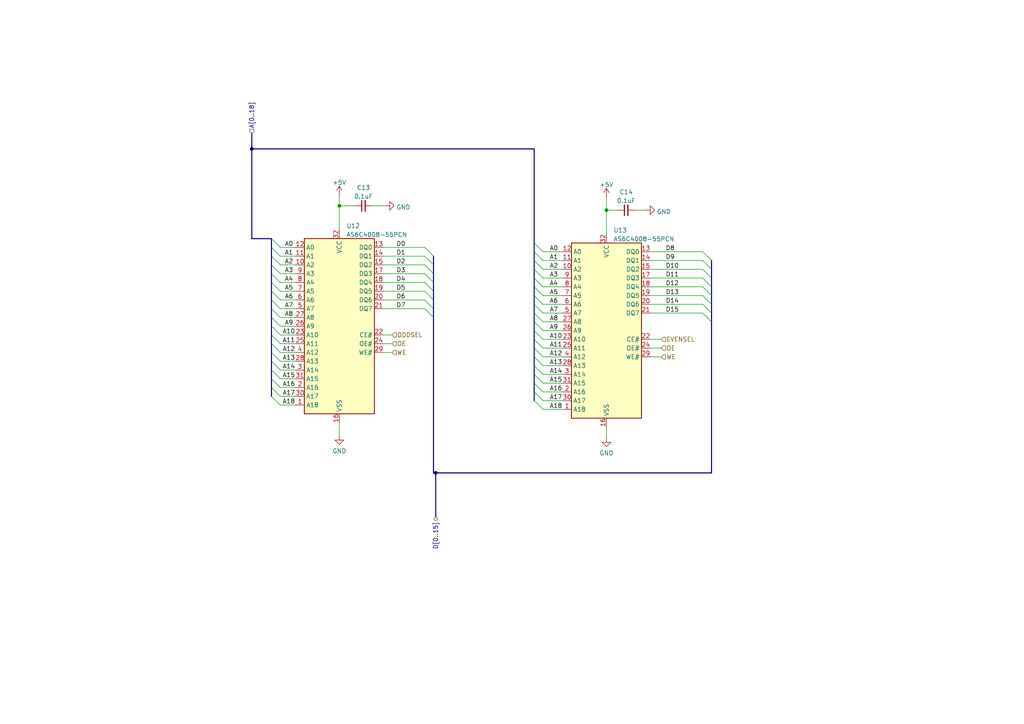
<source format=kicad_sch>
(kicad_sch (version 20211123) (generator eeschema)
  (paper "A4")
  (lib_symbols
    (symbol "Device:C_Small" (pin_numbers hide) (pin_names (offset 0.254) hide)
      (property "Reference" "C" (at 0.254 1.778 0))
      (property "Value" "C_Small" (at 0.254 -2.032 0))
      (symbol "C_Small_0_1"
        (polyline (pts (xy -1.524 -0.508) (xy 1.524 -0.508)) (stroke (width 0.3302)))
        (polyline (pts (xy -1.524 0.508) (xy 1.524 0.508)) (stroke (width 0.3048)))
      )
      (symbol "C_Small_1_1"
        (pin passive line (at 0 2.54 270) (length 2.032) (name "~") (number "1"))
        (pin passive line (at 0 -2.54 90) (length 2.032) (name "~") (number "2"))
      )
    )
    (symbol "Memory_RAM:AS6C4008-55PCN"
      (property "Reference" "U" (at -10.16 26.035 0))
      (property "Value" "AS6C4008-55PCN" (at 2.54 26.035 0))
      (symbol "AS6C4008-55PCN_0_0"
        (pin power_in line (at 0 -27.94 90) (length 2.54) (name "VSS") (number "16"))
        (pin power_in line (at 0 27.94 270) (length 2.54) (name "VCC") (number "32"))
      )
      (symbol "AS6C4008-55PCN_0_1"
        (rectangle (start -10.16 25.4) (end 10.16 -25.4) (stroke (width 0.254)) (fill (type background)))
      )
      (symbol "AS6C4008-55PCN_1_1"
        (pin input line (at -12.7 -22.86 0) (length 2.54) (name "A18") (number "1"))
        (pin input line (at -12.7 17.78 0) (length 2.54) (name "A2") (number "10"))
        (pin input line (at -12.7 20.32 0) (length 2.54) (name "A1") (number "11"))
        (pin input line (at -12.7 22.86 0) (length 2.54) (name "A0") (number "12"))
        (pin tri_state line (at 12.7 22.86 180) (length 2.54) (name "DQ0") (number "13"))
        (pin tri_state line (at 12.7 20.32 180) (length 2.54) (name "DQ1") (number "14"))
        (pin tri_state line (at 12.7 17.78 180) (length 2.54) (name "DQ2") (number "15"))
        (pin tri_state line (at 12.7 15.24 180) (length 2.54) (name "DQ3") (number "17"))
        (pin tri_state line (at 12.7 12.7 180) (length 2.54) (name "DQ4") (number "18"))
        (pin tri_state line (at 12.7 10.16 180) (length 2.54) (name "DQ5") (number "19"))
        (pin input line (at -12.7 -17.78 0) (length 2.54) (name "A16") (number "2"))
        (pin tri_state line (at 12.7 7.62 180) (length 2.54) (name "DQ6") (number "20"))
        (pin tri_state line (at 12.7 5.08 180) (length 2.54) (name "DQ7") (number "21"))
        (pin input line (at 12.7 -2.54 180) (length 2.54) (name "CE#") (number "22"))
        (pin input line (at -12.7 -2.54 0) (length 2.54) (name "A10") (number "23"))
        (pin input line (at 12.7 -5.08 180) (length 2.54) (name "OE#") (number "24"))
        (pin input line (at -12.7 -5.08 0) (length 2.54) (name "A11") (number "25"))
        (pin input line (at -12.7 0 0) (length 2.54) (name "A9") (number "26"))
        (pin input line (at -12.7 2.54 0) (length 2.54) (name "A8") (number "27"))
        (pin input line (at -12.7 -10.16 0) (length 2.54) (name "A13") (number "28"))
        (pin input line (at 12.7 -7.62 180) (length 2.54) (name "WE#") (number "29"))
        (pin input line (at -12.7 -12.7 0) (length 2.54) (name "A14") (number "3"))
        (pin input line (at -12.7 -20.32 0) (length 2.54) (name "A17") (number "30"))
        (pin input line (at -12.7 -15.24 0) (length 2.54) (name "A15") (number "31"))
        (pin input line (at -12.7 -7.62 0) (length 2.54) (name "A12") (number "4"))
        (pin input line (at -12.7 5.08 0) (length 2.54) (name "A7") (number "5"))
        (pin input line (at -12.7 7.62 0) (length 2.54) (name "A6") (number "6"))
        (pin input line (at -12.7 10.16 0) (length 2.54) (name "A5") (number "7"))
        (pin input line (at -12.7 12.7 0) (length 2.54) (name "A4") (number "8"))
        (pin input line (at -12.7 15.24 0) (length 2.54) (name "A3") (number "9"))
      )
    )
    (symbol "power:+5V" (power) (pin_names (offset 0))
      (property "Value" "+5V" (at 0 3.556 0))
      (symbol "+5V_0_1"
        (polyline (pts (xy -0.762 1.27) (xy 0 2.54)))
        (polyline (pts (xy 0 0) (xy 0 2.54)))
        (polyline (pts (xy 0 2.54) (xy 0.762 1.27)))
      )
      (symbol "+5V_1_1"
        (pin power_in line (at 0 0 90) (length 0) hide (name "+5V") (number "1"))
      )
    )
    (symbol "power:GND" (power) (pin_names (offset 0))
      (property "Value" "GND" (at 0 -3.81 0))
      (symbol "GND_0_1"
        (polyline (pts (xy 0 0) (xy 0 -1.27) (xy 1.27 -1.27) (xy 0 -2.54) (xy -1.27 -1.27) (xy 0 -1.27)))
      )
      (symbol "GND_1_1"
        (pin power_in line (at 0 0 270) (length 0) hide (name "GND") (number "1"))
      )
    )
  )
  (junction (at 98.425 59.69))
  (junction (at 73.025 43.18))
  (junction (at 126.365 137.16))
  (junction (at 175.895 60.96))
  (bus_entry (at 154.94 95.885) (size 2.54 2.54))
  (bus_entry (at 154.94 98.425) (size 2.54 2.54))
  (bus_entry (at 154.94 100.965) (size 2.54 2.54))
  (bus_entry (at 154.94 108.585) (size 2.54 2.54))
  (bus_entry (at 154.94 111.125) (size 2.54 2.54))
  (bus_entry (at 154.94 103.505) (size 2.54 2.54))
  (bus_entry (at 154.94 106.045) (size 2.54 2.54))
  (bus_entry (at 154.94 113.665) (size 2.54 2.54))
  (bus_entry (at 154.94 116.205) (size 2.54 2.54))
  (bus_entry (at 154.94 70.485) (size 2.54 2.54))
  (bus_entry (at 154.94 73.025) (size 2.54 2.54))
  (bus_entry (at 154.94 75.565) (size 2.54 2.54))
  (bus_entry (at 154.94 78.105) (size 2.54 2.54))
  (bus_entry (at 154.94 80.645) (size 2.54 2.54))
  (bus_entry (at 154.94 85.725) (size 2.54 2.54))
  (bus_entry (at 154.94 88.265) (size 2.54 2.54))
  (bus_entry (at 154.94 83.185) (size 2.54 2.54))
  (bus_entry (at 154.94 90.805) (size 2.54 2.54))
  (bus_entry (at 154.94 93.345) (size 2.54 2.54))
  (bus_entry (at 123.19 81.915) (size 2.54 2.54))
  (bus_entry (at 123.19 84.455) (size 2.54 2.54))
  (bus_entry (at 123.19 86.995) (size 2.54 2.54))
  (bus_entry (at 123.19 89.535) (size 2.54 2.54))
  (bus_entry (at 78.74 84.455) (size 2.54 2.54))
  (bus_entry (at 78.74 86.995) (size 2.54 2.54))
  (bus_entry (at 78.74 89.535) (size 2.54 2.54))
  (bus_entry (at 78.74 94.615) (size 2.54 2.54))
  (bus_entry (at 78.74 97.155) (size 2.54 2.54))
  (bus_entry (at 78.74 99.695) (size 2.54 2.54))
  (bus_entry (at 78.74 102.235) (size 2.54 2.54))
  (bus_entry (at 78.74 104.775) (size 2.54 2.54))
  (bus_entry (at 78.74 107.315) (size 2.54 2.54))
  (bus_entry (at 78.74 109.855) (size 2.54 2.54))
  (bus_entry (at 78.74 112.395) (size 2.54 2.54))
  (bus_entry (at 78.74 114.935) (size 2.54 2.54))
  (bus_entry (at 78.74 92.075) (size 2.54 2.54))
  (bus_entry (at 123.19 76.835) (size 2.54 2.54))
  (bus_entry (at 123.19 71.755) (size 2.54 2.54))
  (bus_entry (at 123.19 74.295) (size 2.54 2.54))
  (bus_entry (at 123.19 79.375) (size 2.54 2.54))
  (bus_entry (at 78.74 74.295) (size 2.54 2.54))
  (bus_entry (at 78.74 76.835) (size 2.54 2.54))
  (bus_entry (at 78.74 79.375) (size 2.54 2.54))
  (bus_entry (at 78.74 81.915) (size 2.54 2.54))
  (bus_entry (at 78.74 69.215) (size 2.54 2.54))
  (bus_entry (at 78.74 71.755) (size 2.54 2.54))
  (bus_entry (at 203.835 88.265) (size 2.54 2.54))
  (bus_entry (at 203.835 90.805) (size 2.54 2.54))
  (bus_entry (at 203.835 75.565) (size 2.54 2.54))
  (bus_entry (at 203.835 78.105) (size 2.54 2.54))
  (bus_entry (at 203.835 85.725) (size 2.54 2.54))
  (bus_entry (at 203.835 83.185) (size 2.54 2.54))
  (bus_entry (at 203.835 80.645) (size 2.54 2.54))
  (bus_entry (at 203.835 73.025) (size 2.54 2.54))
  (wire (pts (xy 98.425 59.69) (xy 102.87 59.69)))
  (wire (pts (xy 81.28 117.475) (xy 85.725 117.475)))
  (bus (pts (xy 125.73 74.295) (xy 125.73 76.835)))
  (wire (pts (xy 188.595 73.025) (xy 203.835 73.025)))
  (wire (pts (xy 81.28 97.155) (xy 85.725 97.155)))
  (bus (pts (xy 125.73 89.535) (xy 125.73 92.075)))
  (wire (pts (xy 175.895 57.15) (xy 175.895 60.96)))
  (bus (pts (xy 78.74 109.855) (xy 78.74 112.395)))
  (wire (pts (xy 157.48 93.345) (xy 163.195 93.345)))
  (wire (pts (xy 107.95 59.69) (xy 111.76 59.69)))
  (wire (pts (xy 157.48 113.665) (xy 163.195 113.665)))
  (bus (pts (xy 125.73 137.16) (xy 126.365 137.16)))
  (wire (pts (xy 98.425 56.515) (xy 98.425 59.69)))
  (bus (pts (xy 125.73 81.915) (xy 125.73 84.455)))
  (bus (pts (xy 154.94 111.125) (xy 154.94 108.585)))
  (wire (pts (xy 111.125 76.835) (xy 123.19 76.835)))
  (wire (pts (xy 157.48 100.965) (xy 163.195 100.965)))
  (wire (pts (xy 188.595 75.565) (xy 203.835 75.565)))
  (wire (pts (xy 157.48 90.805) (xy 163.195 90.805)))
  (wire (pts (xy 188.595 90.805) (xy 203.835 90.805)))
  (wire (pts (xy 157.48 73.025) (xy 163.195 73.025)))
  (bus (pts (xy 78.74 69.215) (xy 78.74 71.755)))
  (bus (pts (xy 78.74 94.615) (xy 78.74 97.155)))
  (wire (pts (xy 188.595 100.965) (xy 191.77 100.965)))
  (bus (pts (xy 78.74 99.695) (xy 78.74 102.235)))
  (bus (pts (xy 154.94 73.025) (xy 154.94 70.485)))
  (bus (pts (xy 78.74 86.995) (xy 78.74 89.535)))
  (wire (pts (xy 81.28 109.855) (xy 85.725 109.855)))
  (bus (pts (xy 125.73 76.835) (xy 125.73 79.375)))
  (wire (pts (xy 98.425 122.555) (xy 98.425 126.365)))
  (wire (pts (xy 157.48 95.885) (xy 163.195 95.885)))
  (bus (pts (xy 73.025 43.18) (xy 73.025 69.215)))
  (bus (pts (xy 154.94 106.045) (xy 154.94 103.505)))
  (wire (pts (xy 81.28 99.695) (xy 85.725 99.695)))
  (bus (pts (xy 154.94 100.965) (xy 154.94 98.425)))
  (bus (pts (xy 126.365 137.16) (xy 206.375 137.16)))
  (bus (pts (xy 78.74 97.155) (xy 78.74 99.695)))
  (wire (pts (xy 157.48 106.045) (xy 163.195 106.045)))
  (bus (pts (xy 154.94 75.565) (xy 154.94 73.025)))
  (bus (pts (xy 78.74 92.075) (xy 78.74 94.615)))
  (wire (pts (xy 111.125 74.295) (xy 123.19 74.295)))
  (wire (pts (xy 188.595 88.265) (xy 203.835 88.265)))
  (bus (pts (xy 206.375 78.105) (xy 206.375 80.645)))
  (wire (pts (xy 188.595 98.425) (xy 191.77 98.425)))
  (wire (pts (xy 111.125 97.155) (xy 113.665 97.155)))
  (bus (pts (xy 154.94 83.185) (xy 154.94 80.645)))
  (bus (pts (xy 154.94 95.885) (xy 154.94 93.345)))
  (wire (pts (xy 81.28 86.995) (xy 85.725 86.995)))
  (wire (pts (xy 81.28 81.915) (xy 85.725 81.915)))
  (bus (pts (xy 126.365 137.16) (xy 126.365 149.86)))
  (wire (pts (xy 111.125 99.695) (xy 113.665 99.695)))
  (wire (pts (xy 157.48 118.745) (xy 163.195 118.745)))
  (wire (pts (xy 157.48 98.425) (xy 163.195 98.425)))
  (wire (pts (xy 81.28 102.235) (xy 85.725 102.235)))
  (wire (pts (xy 188.595 80.645) (xy 203.835 80.645)))
  (bus (pts (xy 154.94 78.105) (xy 154.94 75.565)))
  (bus (pts (xy 154.94 80.645) (xy 154.94 78.105)))
  (bus (pts (xy 206.375 83.185) (xy 206.375 85.725)))
  (wire (pts (xy 157.48 80.645) (xy 163.195 80.645)))
  (bus (pts (xy 73.025 69.215) (xy 78.74 69.215)))
  (bus (pts (xy 125.73 86.995) (xy 125.73 89.535)))
  (wire (pts (xy 81.28 89.535) (xy 85.725 89.535)))
  (wire (pts (xy 175.895 60.96) (xy 175.895 67.945)))
  (wire (pts (xy 157.48 116.205) (xy 163.195 116.205)))
  (bus (pts (xy 154.94 88.265) (xy 154.94 85.725)))
  (wire (pts (xy 157.48 83.185) (xy 163.195 83.185)))
  (bus (pts (xy 78.74 71.755) (xy 78.74 74.295)))
  (bus (pts (xy 78.74 104.775) (xy 78.74 107.315)))
  (bus (pts (xy 154.94 103.505) (xy 154.94 100.965)))
  (wire (pts (xy 111.125 84.455) (xy 123.19 84.455)))
  (bus (pts (xy 154.94 93.345) (xy 154.94 90.805)))
  (wire (pts (xy 175.895 123.825) (xy 175.895 127)))
  (bus (pts (xy 78.74 84.455) (xy 78.74 86.995)))
  (bus (pts (xy 154.94 108.585) (xy 154.94 106.045)))
  (wire (pts (xy 111.125 86.995) (xy 123.19 86.995)))
  (bus (pts (xy 206.375 93.345) (xy 206.375 137.16)))
  (bus (pts (xy 206.375 90.805) (xy 206.375 93.345)))
  (wire (pts (xy 81.28 112.395) (xy 85.725 112.395)))
  (wire (pts (xy 111.125 102.235) (xy 113.665 102.235)))
  (bus (pts (xy 154.94 85.725) (xy 154.94 83.185)))
  (wire (pts (xy 157.48 85.725) (xy 163.195 85.725)))
  (bus (pts (xy 125.73 79.375) (xy 125.73 81.915)))
  (wire (pts (xy 81.28 84.455) (xy 85.725 84.455)))
  (bus (pts (xy 206.375 88.265) (xy 206.375 90.805)))
  (wire (pts (xy 81.28 71.755) (xy 85.725 71.755)))
  (wire (pts (xy 175.895 60.96) (xy 179.07 60.96)))
  (wire (pts (xy 111.125 71.755) (xy 123.19 71.755)))
  (bus (pts (xy 206.375 75.565) (xy 206.375 78.105)))
  (wire (pts (xy 81.28 114.935) (xy 85.725 114.935)))
  (bus (pts (xy 78.74 89.535) (xy 78.74 92.075)))
  (wire (pts (xy 111.125 89.535) (xy 123.19 89.535)))
  (wire (pts (xy 188.595 78.105) (xy 203.835 78.105)))
  (wire (pts (xy 111.125 81.915) (xy 123.19 81.915)))
  (wire (pts (xy 81.28 76.835) (xy 85.725 76.835)))
  (wire (pts (xy 81.28 92.075) (xy 85.725 92.075)))
  (wire (pts (xy 157.48 88.265) (xy 163.195 88.265)))
  (bus (pts (xy 78.74 102.235) (xy 78.74 104.775)))
  (wire (pts (xy 157.48 108.585) (xy 163.195 108.585)))
  (wire (pts (xy 157.48 75.565) (xy 163.195 75.565)))
  (bus (pts (xy 154.94 113.665) (xy 154.94 111.125)))
  (wire (pts (xy 157.48 103.505) (xy 163.195 103.505)))
  (bus (pts (xy 125.73 92.075) (xy 125.73 137.16)))
  (wire (pts (xy 157.48 111.125) (xy 163.195 111.125)))
  (bus (pts (xy 154.94 43.18) (xy 73.025 43.18)))
  (bus (pts (xy 73.025 38.735) (xy 73.025 43.18)))
  (wire (pts (xy 98.425 59.69) (xy 98.425 66.675)))
  (wire (pts (xy 81.28 104.775) (xy 85.725 104.775)))
  (bus (pts (xy 78.74 76.835) (xy 78.74 79.375)))
  (wire (pts (xy 188.595 85.725) (xy 203.835 85.725)))
  (bus (pts (xy 154.94 70.485) (xy 154.94 43.18)))
  (bus (pts (xy 154.94 98.425) (xy 154.94 95.885)))
  (wire (pts (xy 81.28 79.375) (xy 85.725 79.375)))
  (wire (pts (xy 111.125 79.375) (xy 123.19 79.375)))
  (bus (pts (xy 78.74 74.295) (xy 78.74 76.835)))
  (bus (pts (xy 125.73 84.455) (xy 125.73 86.995)))
  (bus (pts (xy 154.94 90.805) (xy 154.94 88.265)))
  (wire (pts (xy 188.595 83.185) (xy 203.835 83.185)))
  (wire (pts (xy 81.28 107.315) (xy 85.725 107.315)))
  (bus (pts (xy 78.74 81.915) (xy 78.74 84.455)))
  (bus (pts (xy 206.375 85.725) (xy 206.375 88.265)))
  (bus (pts (xy 154.94 116.205) (xy 154.94 113.665)))
  (bus (pts (xy 78.74 79.375) (xy 78.74 81.915)))
  (wire (pts (xy 157.48 78.105) (xy 163.195 78.105)))
  (bus (pts (xy 78.74 112.395) (xy 78.74 114.935)))
  (bus (pts (xy 206.375 80.645) (xy 206.375 83.185)))
  (wire (pts (xy 184.15 60.96) (xy 187.325 60.96)))
  (bus (pts (xy 78.74 107.315) (xy 78.74 109.855)))
  (wire (pts (xy 81.28 94.615) (xy 85.725 94.615)))
  (wire (pts (xy 81.28 74.295) (xy 85.725 74.295)))
  (wire (pts (xy 188.595 103.505) (xy 191.77 103.505)))
  (label "D1" (at 114.935 74.295 0))
  (label "A10" (at 159.385 98.425 0))
  (label "A18" (at 81.915 117.475 0))
  (label "A9" (at 82.55 94.615 0))
  (label "D14" (at 193.04 88.265 0))
  (label "A15" (at 159.385 111.125 0))
  (label "A13" (at 159.385 106.045 0))
  (label "A0" (at 82.55 71.755 0))
  (label "A16" (at 159.385 113.665 0))
  (label "D9" (at 193.04 75.565 0))
  (label "A12" (at 159.385 103.505 0))
  (label "A10" (at 81.915 97.155 0))
  (label "A4" (at 159.385 83.185 0))
  (label "A13" (at 81.915 104.775 0))
  (label "D13" (at 193.04 85.725 0))
  (label "A14" (at 81.915 107.315 0))
  (label "A18" (at 159.385 118.745 0))
  (label "A3" (at 159.385 80.645 0))
  (label "A11" (at 159.385 100.965 0))
  (label "A14" (at 159.385 108.585 0))
  (label "A17" (at 159.385 116.205 0))
  (label "D15" (at 193.04 90.805 0))
  (label "A5" (at 82.55 84.455 0))
  (label "A8" (at 159.385 93.345 0))
  (label "A5" (at 159.385 85.725 0))
  (label "A15" (at 81.915 109.855 0))
  (label "A7" (at 82.55 89.535 0))
  (label "D11" (at 193.04 80.645 0))
  (label "A4" (at 82.55 81.915 0))
  (label "D3" (at 114.935 79.375 0))
  (label "A12" (at 81.915 102.235 0))
  (label "A17" (at 81.915 114.935 0))
  (label "D5" (at 114.935 84.455 0))
  (label "A16" (at 81.915 112.395 0))
  (label "A2" (at 159.385 78.105 0))
  (label "A6" (at 159.385 88.265 0))
  (label "A3" (at 82.55 79.375 0))
  (label "A0" (at 159.385 73.025 0))
  (label "D12" (at 193.04 83.185 0))
  (label "A1" (at 159.385 75.565 0))
  (label "D4" (at 114.935 81.915 0))
  (label "D7" (at 114.935 89.535 0))
  (label "D8" (at 193.04 73.025 0))
  (label "A8" (at 82.55 92.075 0))
  (label "D10" (at 193.04 78.105 0))
  (label "A2" (at 82.55 76.835 0))
  (label "A1" (at 82.55 74.295 0))
  (label "A11" (at 81.915 99.695 0))
  (label "A7" (at 159.385 90.805 0))
  (label "D2" (at 114.935 76.835 0))
  (label "A9" (at 159.385 95.885 0))
  (label "A6" (at 82.55 86.995 0))
  (label "D6" (at 114.935 86.995 0))
  (label "D0" (at 114.935 71.755 0))
  (hierarchical_label "A[0..18]" (shape input) (at 73.025 38.735 90))
  (hierarchical_label "EVENSEL" (shape input) (at 191.77 98.425 0))
  (hierarchical_label "OE" (shape input) (at 191.77 100.965 0))
  (hierarchical_label "WE" (shape input) (at 191.77 103.505 0))
  (hierarchical_label "OE" (shape input) (at 113.665 99.695 0))
  (hierarchical_label "ODDSEL" (shape input) (at 113.665 97.155 0))
  (hierarchical_label "D[0..15]" (shape tri_state) (at 126.365 149.86 270))
  (hierarchical_label "WE" (shape input) (at 113.665 102.235 0))
  (symbol (lib_id "power:GND") (at 187.325 60.96 90) (unit 1)
    (property "Reference" "#PWR0132" (effects hide))
    (property "Value" "GND" (at 190.5 61.3938 90) (effects (justify right)))
  )
  (symbol (lib_id "power:+5V") (at 98.425 56.515 0) (unit 1)
    (property "Reference" "#PWR0134" (effects hide))
    (property "Value" "+5V" (at 98.425 52.9392 0))
  )
  (symbol (lib_id "power:GND") (at 175.895 127 0) (unit 1)
    (property "Reference" "#PWR0131" (effects hide))
    (property "Value" "GND" (at 175.895 131.4434 0))
  )
  (symbol (lib_id "Memory_RAM:AS6C4008-55PCN") (at 98.425 94.615 0) (unit 1)
    (property "Reference" "U12" (at 100.4444 65.5152 0) (effects (justify left)))
    (property "Value" "AS6C4008-55PCN" (at 100.4444 68.0521 0) (effects (justify left)))
    (property "Footprint" "Package_SO:SSOP-32_11.305x20.495mm_P1.27mm" (effects hide))
    (property "Datasheet" "https://www.alliancememory.com/wp-content/uploads/pdf/AS6C4008.pdf" (effects hide))
  )
  (symbol (lib_id "power:GND") (at 98.425 126.365 0) (unit 1)
    (property "Reference" "#PWR0136" (effects hide))
    (property "Value" "GND" (at 98.425 130.8084 0))
  )
  (symbol (lib_id "power:+5V") (at 175.895 57.15 0) (unit 1)
    (property "Reference" "#PWR0133" (effects hide))
    (property "Value" "+5V" (at 175.895 53.5742 0))
  )
  (symbol (lib_id "Device:C_Small") (at 105.41 59.69 90) (unit 1)
    (property "Reference" "C13" (at 105.4163 54.4281 90))
    (property "Value" "0.1uF" (at 105.4163 56.965 90))
    (property "Footprint" "Capacitor_SMD:C_1206_3216Metric_Pad1.33x1.80mm_HandSolder" (effects hide))
  )
  (symbol (lib_id "Memory_RAM:AS6C4008-55PCN") (at 175.895 95.885 0) (unit 1)
    (property "Reference" "U13" (at 177.9144 66.7852 0) (effects (justify left)))
    (property "Value" "AS6C4008-55PCN" (at 177.9144 69.3221 0) (effects (justify left)))
    (property "Footprint" "Package_SO:SSOP-32_11.305x20.495mm_P1.27mm" (effects hide))
    (property "Datasheet" "https://www.alliancememory.com/wp-content/uploads/pdf/AS6C4008.pdf" (effects hide))
  )
  (symbol (lib_id "power:GND") (at 111.76 59.69 90) (unit 1)
    (property "Reference" "#PWR0135" (effects hide))
    (property "Value" "GND" (at 114.935 60.1238 90) (effects (justify right)))
  )
  (symbol (lib_id "Device:C_Small") (at 181.61 60.96 90) (unit 1)
    (property "Reference" "C14" (at 181.6163 55.6981 90))
    (property "Value" "0.1uF" (at 181.6163 58.235 90))
    (property "Footprint" "Capacitor_SMD:C_1206_3216Metric_Pad1.33x1.80mm_HandSolder" (effects hide))
  )
)
</source>
